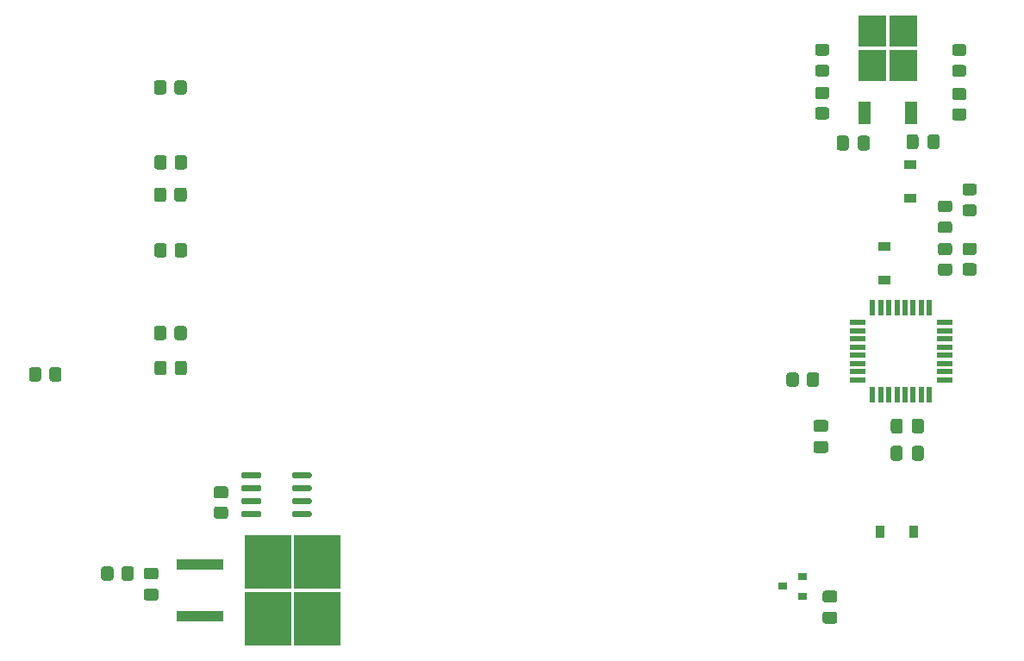
<source format=gbr>
%TF.GenerationSoftware,KiCad,Pcbnew,5.1.12-84ad8e8a86~92~ubuntu20.04.1*%
%TF.CreationDate,2021-11-15T21:49:06+01:00*%
%TF.ProjectId,incubator_bottom,696e6375-6261-4746-9f72-5f626f74746f,rev?*%
%TF.SameCoordinates,Original*%
%TF.FileFunction,Paste,Top*%
%TF.FilePolarity,Positive*%
%FSLAX46Y46*%
G04 Gerber Fmt 4.6, Leading zero omitted, Abs format (unit mm)*
G04 Created by KiCad (PCBNEW 5.1.12-84ad8e8a86~92~ubuntu20.04.1) date 2021-11-15 21:49:06*
%MOMM*%
%LPD*%
G01*
G04 APERTURE LIST*
%ADD10R,2.750000X3.050000*%
%ADD11R,1.200000X2.200000*%
%ADD12R,1.200000X0.900000*%
%ADD13R,0.900000X1.200000*%
%ADD14R,0.900000X0.800000*%
%ADD15R,0.550000X1.600000*%
%ADD16R,1.600000X0.550000*%
%ADD17R,4.600000X1.100000*%
%ADD18R,4.550000X5.250000*%
G04 APERTURE END LIST*
%TO.C,R2*%
G36*
G01*
X97097001Y56661000D02*
X96196999Y56661000D01*
G75*
G02*
X95947000Y56910999I0J249999D01*
G01*
X95947000Y57611001D01*
G75*
G02*
X96196999Y57861000I249999J0D01*
G01*
X97097001Y57861000D01*
G75*
G02*
X97347000Y57611001I0J-249999D01*
G01*
X97347000Y56910999D01*
G75*
G02*
X97097001Y56661000I-249999J0D01*
G01*
G37*
G36*
G01*
X97097001Y54661000D02*
X96196999Y54661000D01*
G75*
G02*
X95947000Y54910999I0J249999D01*
G01*
X95947000Y55611001D01*
G75*
G02*
X96196999Y55861000I249999J0D01*
G01*
X97097001Y55861000D01*
G75*
G02*
X97347000Y55611001I0J-249999D01*
G01*
X97347000Y54910999D01*
G75*
G02*
X97097001Y54661000I-249999J0D01*
G01*
G37*
%TD*%
%TO.C,R1*%
G36*
G01*
X83635001Y56772000D02*
X82734999Y56772000D01*
G75*
G02*
X82485000Y57021999I0J249999D01*
G01*
X82485000Y57722001D01*
G75*
G02*
X82734999Y57972000I249999J0D01*
G01*
X83635001Y57972000D01*
G75*
G02*
X83885000Y57722001I0J-249999D01*
G01*
X83885000Y57021999D01*
G75*
G02*
X83635001Y56772000I-249999J0D01*
G01*
G37*
G36*
G01*
X83635001Y54772000D02*
X82734999Y54772000D01*
G75*
G02*
X82485000Y55021999I0J249999D01*
G01*
X82485000Y55722001D01*
G75*
G02*
X82734999Y55972000I249999J0D01*
G01*
X83635001Y55972000D01*
G75*
G02*
X83885000Y55722001I0J-249999D01*
G01*
X83885000Y55021999D01*
G75*
G02*
X83635001Y54772000I-249999J0D01*
G01*
G37*
%TD*%
%TO.C,D5*%
G36*
G01*
X96196999Y60120000D02*
X97097001Y60120000D01*
G75*
G02*
X97347000Y59870001I0J-249999D01*
G01*
X97347000Y59219999D01*
G75*
G02*
X97097001Y58970000I-249999J0D01*
G01*
X96196999Y58970000D01*
G75*
G02*
X95947000Y59219999I0J249999D01*
G01*
X95947000Y59870001D01*
G75*
G02*
X96196999Y60120000I249999J0D01*
G01*
G37*
G36*
G01*
X96196999Y62170000D02*
X97097001Y62170000D01*
G75*
G02*
X97347000Y61920001I0J-249999D01*
G01*
X97347000Y61269999D01*
G75*
G02*
X97097001Y61020000I-249999J0D01*
G01*
X96196999Y61020000D01*
G75*
G02*
X95947000Y61269999I0J249999D01*
G01*
X95947000Y61920001D01*
G75*
G02*
X96196999Y62170000I249999J0D01*
G01*
G37*
%TD*%
%TO.C,D4*%
G36*
G01*
X82734999Y60138000D02*
X83635001Y60138000D01*
G75*
G02*
X83885000Y59888001I0J-249999D01*
G01*
X83885000Y59237999D01*
G75*
G02*
X83635001Y58988000I-249999J0D01*
G01*
X82734999Y58988000D01*
G75*
G02*
X82485000Y59237999I0J249999D01*
G01*
X82485000Y59888001D01*
G75*
G02*
X82734999Y60138000I249999J0D01*
G01*
G37*
G36*
G01*
X82734999Y62188000D02*
X83635001Y62188000D01*
G75*
G02*
X83885000Y61938001I0J-249999D01*
G01*
X83885000Y61287999D01*
G75*
G02*
X83635001Y61038000I-249999J0D01*
G01*
X82734999Y61038000D01*
G75*
G02*
X82485000Y61287999I0J249999D01*
G01*
X82485000Y61938001D01*
G75*
G02*
X82734999Y62188000I249999J0D01*
G01*
G37*
%TD*%
%TO.C,C7*%
G36*
G01*
X93541000Y52103000D02*
X93541000Y53053000D01*
G75*
G02*
X93791000Y53303000I250000J0D01*
G01*
X94466000Y53303000D01*
G75*
G02*
X94716000Y53053000I0J-250000D01*
G01*
X94716000Y52103000D01*
G75*
G02*
X94466000Y51853000I-250000J0D01*
G01*
X93791000Y51853000D01*
G75*
G02*
X93541000Y52103000I0J250000D01*
G01*
G37*
G36*
G01*
X91466000Y52103000D02*
X91466000Y53053000D01*
G75*
G02*
X91716000Y53303000I250000J0D01*
G01*
X92391000Y53303000D01*
G75*
G02*
X92641000Y53053000I0J-250000D01*
G01*
X92641000Y52103000D01*
G75*
G02*
X92391000Y51853000I-250000J0D01*
G01*
X91716000Y51853000D01*
G75*
G02*
X91466000Y52103000I0J250000D01*
G01*
G37*
%TD*%
%TO.C,C6*%
G36*
G01*
X85783000Y52926000D02*
X85783000Y51976000D01*
G75*
G02*
X85533000Y51726000I-250000J0D01*
G01*
X84858000Y51726000D01*
G75*
G02*
X84608000Y51976000I0J250000D01*
G01*
X84608000Y52926000D01*
G75*
G02*
X84858000Y53176000I250000J0D01*
G01*
X85533000Y53176000D01*
G75*
G02*
X85783000Y52926000I0J-250000D01*
G01*
G37*
G36*
G01*
X87858000Y52926000D02*
X87858000Y51976000D01*
G75*
G02*
X87608000Y51726000I-250000J0D01*
G01*
X86933000Y51726000D01*
G75*
G02*
X86683000Y51976000I0J250000D01*
G01*
X86683000Y52926000D01*
G75*
G02*
X86933000Y53176000I250000J0D01*
G01*
X87608000Y53176000D01*
G75*
G02*
X87858000Y52926000I0J-250000D01*
G01*
G37*
%TD*%
D10*
%TO.C,U5*%
X91186000Y60071000D03*
X88136000Y63421000D03*
X88136000Y60071000D03*
X91186000Y63421000D03*
D11*
X91941000Y55446000D03*
X87381000Y55446000D03*
%TD*%
D12*
%TO.C,D3*%
X91821000Y50291000D03*
X91821000Y46991000D03*
%TD*%
D13*
%TO.C,D2*%
X88901000Y14224000D03*
X92201000Y14224000D03*
%TD*%
%TO.C,C5*%
G36*
G01*
X82583000Y23172000D02*
X83533000Y23172000D01*
G75*
G02*
X83783000Y22922000I0J-250000D01*
G01*
X83783000Y22247000D01*
G75*
G02*
X83533000Y21997000I-250000J0D01*
G01*
X82583000Y21997000D01*
G75*
G02*
X82333000Y22247000I0J250000D01*
G01*
X82333000Y22922000D01*
G75*
G02*
X82583000Y23172000I250000J0D01*
G01*
G37*
G36*
G01*
X82583000Y25247000D02*
X83533000Y25247000D01*
G75*
G02*
X83783000Y24997000I0J-250000D01*
G01*
X83783000Y24322000D01*
G75*
G02*
X83533000Y24072000I-250000J0D01*
G01*
X82583000Y24072000D01*
G75*
G02*
X82333000Y24322000I0J250000D01*
G01*
X82333000Y24997000D01*
G75*
G02*
X82583000Y25247000I250000J0D01*
G01*
G37*
%TD*%
%TO.C,C3*%
G36*
G01*
X83472000Y6408000D02*
X84422000Y6408000D01*
G75*
G02*
X84672000Y6158000I0J-250000D01*
G01*
X84672000Y5483000D01*
G75*
G02*
X84422000Y5233000I-250000J0D01*
G01*
X83472000Y5233000D01*
G75*
G02*
X83222000Y5483000I0J250000D01*
G01*
X83222000Y6158000D01*
G75*
G02*
X83472000Y6408000I250000J0D01*
G01*
G37*
G36*
G01*
X83472000Y8483000D02*
X84422000Y8483000D01*
G75*
G02*
X84672000Y8233000I0J-250000D01*
G01*
X84672000Y7558000D01*
G75*
G02*
X84422000Y7308000I-250000J0D01*
G01*
X83472000Y7308000D01*
G75*
G02*
X83222000Y7558000I0J250000D01*
G01*
X83222000Y8233000D01*
G75*
G02*
X83472000Y8483000I250000J0D01*
G01*
G37*
%TD*%
%TO.C,C1*%
G36*
G01*
X91095500Y22446000D02*
X91095500Y21496000D01*
G75*
G02*
X90845500Y21246000I-250000J0D01*
G01*
X90170500Y21246000D01*
G75*
G02*
X89920500Y21496000I0J250000D01*
G01*
X89920500Y22446000D01*
G75*
G02*
X90170500Y22696000I250000J0D01*
G01*
X90845500Y22696000D01*
G75*
G02*
X91095500Y22446000I0J-250000D01*
G01*
G37*
G36*
G01*
X93170500Y22446000D02*
X93170500Y21496000D01*
G75*
G02*
X92920500Y21246000I-250000J0D01*
G01*
X92245500Y21246000D01*
G75*
G02*
X91995500Y21496000I0J250000D01*
G01*
X91995500Y22446000D01*
G75*
G02*
X92245500Y22696000I250000J0D01*
G01*
X92920500Y22696000D01*
G75*
G02*
X93170500Y22446000I0J-250000D01*
G01*
G37*
%TD*%
%TO.C,C2*%
G36*
G01*
X93170500Y25113000D02*
X93170500Y24163000D01*
G75*
G02*
X92920500Y23913000I-250000J0D01*
G01*
X92245500Y23913000D01*
G75*
G02*
X91995500Y24163000I0J250000D01*
G01*
X91995500Y25113000D01*
G75*
G02*
X92245500Y25363000I250000J0D01*
G01*
X92920500Y25363000D01*
G75*
G02*
X93170500Y25113000I0J-250000D01*
G01*
G37*
G36*
G01*
X91095500Y25113000D02*
X91095500Y24163000D01*
G75*
G02*
X90845500Y23913000I-250000J0D01*
G01*
X90170500Y23913000D01*
G75*
G02*
X89920500Y24163000I0J250000D01*
G01*
X89920500Y25113000D01*
G75*
G02*
X90170500Y25363000I250000J0D01*
G01*
X90845500Y25363000D01*
G75*
G02*
X91095500Y25113000I0J-250000D01*
G01*
G37*
%TD*%
D12*
%TO.C,D1*%
X89281000Y42290000D03*
X89281000Y38990000D03*
%TD*%
D14*
%TO.C,Q1*%
X81264000Y7940000D03*
X81264000Y9840000D03*
X79264000Y8890000D03*
%TD*%
%TO.C,R3*%
G36*
G01*
X19593000Y29902999D02*
X19593000Y30803001D01*
G75*
G02*
X19842999Y31053000I249999J0D01*
G01*
X20543001Y31053000D01*
G75*
G02*
X20793000Y30803001I0J-249999D01*
G01*
X20793000Y29902999D01*
G75*
G02*
X20543001Y29653000I-249999J0D01*
G01*
X19842999Y29653000D01*
G75*
G02*
X19593000Y29902999I0J249999D01*
G01*
G37*
G36*
G01*
X17593000Y29902999D02*
X17593000Y30803001D01*
G75*
G02*
X17842999Y31053000I249999J0D01*
G01*
X18543001Y31053000D01*
G75*
G02*
X18793000Y30803001I0J-249999D01*
G01*
X18793000Y29902999D01*
G75*
G02*
X18543001Y29653000I-249999J0D01*
G01*
X17842999Y29653000D01*
G75*
G02*
X17593000Y29902999I0J249999D01*
G01*
G37*
%TD*%
%TO.C,R4*%
G36*
G01*
X23679999Y18729000D02*
X24580001Y18729000D01*
G75*
G02*
X24830000Y18479001I0J-249999D01*
G01*
X24830000Y17778999D01*
G75*
G02*
X24580001Y17529000I-249999J0D01*
G01*
X23679999Y17529000D01*
G75*
G02*
X23430000Y17778999I0J249999D01*
G01*
X23430000Y18479001D01*
G75*
G02*
X23679999Y18729000I249999J0D01*
G01*
G37*
G36*
G01*
X23679999Y16729000D02*
X24580001Y16729000D01*
G75*
G02*
X24830000Y16479001I0J-249999D01*
G01*
X24830000Y15778999D01*
G75*
G02*
X24580001Y15529000I-249999J0D01*
G01*
X23679999Y15529000D01*
G75*
G02*
X23430000Y15778999I0J249999D01*
G01*
X23430000Y16479001D01*
G75*
G02*
X23679999Y16729000I249999J0D01*
G01*
G37*
%TD*%
%TO.C,R5*%
G36*
G01*
X20761000Y34232001D02*
X20761000Y33331999D01*
G75*
G02*
X20511001Y33082000I-249999J0D01*
G01*
X19810999Y33082000D01*
G75*
G02*
X19561000Y33331999I0J249999D01*
G01*
X19561000Y34232001D01*
G75*
G02*
X19810999Y34482000I249999J0D01*
G01*
X20511001Y34482000D01*
G75*
G02*
X20761000Y34232001I0J-249999D01*
G01*
G37*
G36*
G01*
X18761000Y34232001D02*
X18761000Y33331999D01*
G75*
G02*
X18511001Y33082000I-249999J0D01*
G01*
X17810999Y33082000D01*
G75*
G02*
X17561000Y33331999I0J249999D01*
G01*
X17561000Y34232001D01*
G75*
G02*
X17810999Y34482000I249999J0D01*
G01*
X18511001Y34482000D01*
G75*
G02*
X18761000Y34232001I0J-249999D01*
G01*
G37*
%TD*%
%TO.C,R6*%
G36*
G01*
X18793000Y42360001D02*
X18793000Y41459999D01*
G75*
G02*
X18543001Y41210000I-249999J0D01*
G01*
X17842999Y41210000D01*
G75*
G02*
X17593000Y41459999I0J249999D01*
G01*
X17593000Y42360001D01*
G75*
G02*
X17842999Y42610000I249999J0D01*
G01*
X18543001Y42610000D01*
G75*
G02*
X18793000Y42360001I0J-249999D01*
G01*
G37*
G36*
G01*
X20793000Y42360001D02*
X20793000Y41459999D01*
G75*
G02*
X20543001Y41210000I-249999J0D01*
G01*
X19842999Y41210000D01*
G75*
G02*
X19593000Y41459999I0J249999D01*
G01*
X19593000Y42360001D01*
G75*
G02*
X19842999Y42610000I249999J0D01*
G01*
X20543001Y42610000D01*
G75*
G02*
X20793000Y42360001I0J-249999D01*
G01*
G37*
%TD*%
%TO.C,R8*%
G36*
G01*
X19561000Y46920999D02*
X19561000Y47821001D01*
G75*
G02*
X19810999Y48071000I249999J0D01*
G01*
X20511001Y48071000D01*
G75*
G02*
X20761000Y47821001I0J-249999D01*
G01*
X20761000Y46920999D01*
G75*
G02*
X20511001Y46671000I-249999J0D01*
G01*
X19810999Y46671000D01*
G75*
G02*
X19561000Y46920999I0J249999D01*
G01*
G37*
G36*
G01*
X17561000Y46920999D02*
X17561000Y47821001D01*
G75*
G02*
X17810999Y48071000I249999J0D01*
G01*
X18511001Y48071000D01*
G75*
G02*
X18761000Y47821001I0J-249999D01*
G01*
X18761000Y46920999D01*
G75*
G02*
X18511001Y46671000I-249999J0D01*
G01*
X17810999Y46671000D01*
G75*
G02*
X17561000Y46920999I0J249999D01*
G01*
G37*
%TD*%
%TO.C,R9*%
G36*
G01*
X20793000Y50996001D02*
X20793000Y50095999D01*
G75*
G02*
X20543001Y49846000I-249999J0D01*
G01*
X19842999Y49846000D01*
G75*
G02*
X19593000Y50095999I0J249999D01*
G01*
X19593000Y50996001D01*
G75*
G02*
X19842999Y51246000I249999J0D01*
G01*
X20543001Y51246000D01*
G75*
G02*
X20793000Y50996001I0J-249999D01*
G01*
G37*
G36*
G01*
X18793000Y50996001D02*
X18793000Y50095999D01*
G75*
G02*
X18543001Y49846000I-249999J0D01*
G01*
X17842999Y49846000D01*
G75*
G02*
X17593000Y50095999I0J249999D01*
G01*
X17593000Y50996001D01*
G75*
G02*
X17842999Y51246000I249999J0D01*
G01*
X18543001Y51246000D01*
G75*
G02*
X18793000Y50996001I0J-249999D01*
G01*
G37*
%TD*%
%TO.C,R10*%
G36*
G01*
X18761000Y58362001D02*
X18761000Y57461999D01*
G75*
G02*
X18511001Y57212000I-249999J0D01*
G01*
X17810999Y57212000D01*
G75*
G02*
X17561000Y57461999I0J249999D01*
G01*
X17561000Y58362001D01*
G75*
G02*
X17810999Y58612000I249999J0D01*
G01*
X18511001Y58612000D01*
G75*
G02*
X18761000Y58362001I0J-249999D01*
G01*
G37*
G36*
G01*
X20761000Y58362001D02*
X20761000Y57461999D01*
G75*
G02*
X20511001Y57212000I-249999J0D01*
G01*
X19810999Y57212000D01*
G75*
G02*
X19561000Y57461999I0J249999D01*
G01*
X19561000Y58362001D01*
G75*
G02*
X19810999Y58612000I249999J0D01*
G01*
X20511001Y58612000D01*
G75*
G02*
X20761000Y58362001I0J-249999D01*
G01*
G37*
%TD*%
%TO.C,R11*%
G36*
G01*
X6474000Y30168001D02*
X6474000Y29267999D01*
G75*
G02*
X6224001Y29018000I-249999J0D01*
G01*
X5523999Y29018000D01*
G75*
G02*
X5274000Y29267999I0J249999D01*
G01*
X5274000Y30168001D01*
G75*
G02*
X5523999Y30418000I249999J0D01*
G01*
X6224001Y30418000D01*
G75*
G02*
X6474000Y30168001I0J-249999D01*
G01*
G37*
G36*
G01*
X8474000Y30168001D02*
X8474000Y29267999D01*
G75*
G02*
X8224001Y29018000I-249999J0D01*
G01*
X7523999Y29018000D01*
G75*
G02*
X7274000Y29267999I0J249999D01*
G01*
X7274000Y30168001D01*
G75*
G02*
X7523999Y30418000I249999J0D01*
G01*
X8224001Y30418000D01*
G75*
G02*
X8474000Y30168001I0J-249999D01*
G01*
G37*
%TD*%
%TO.C,R12*%
G36*
G01*
X79680000Y28759999D02*
X79680000Y29660001D01*
G75*
G02*
X79929999Y29910000I249999J0D01*
G01*
X80630001Y29910000D01*
G75*
G02*
X80880000Y29660001I0J-249999D01*
G01*
X80880000Y28759999D01*
G75*
G02*
X80630001Y28510000I-249999J0D01*
G01*
X79929999Y28510000D01*
G75*
G02*
X79680000Y28759999I0J249999D01*
G01*
G37*
G36*
G01*
X81680000Y28759999D02*
X81680000Y29660001D01*
G75*
G02*
X81929999Y29910000I249999J0D01*
G01*
X82630001Y29910000D01*
G75*
G02*
X82880000Y29660001I0J-249999D01*
G01*
X82880000Y28759999D01*
G75*
G02*
X82630001Y28510000I-249999J0D01*
G01*
X81929999Y28510000D01*
G75*
G02*
X81680000Y28759999I0J249999D01*
G01*
G37*
%TD*%
%TO.C,U1*%
G36*
G01*
X26141000Y19662000D02*
X26141000Y19962000D01*
G75*
G02*
X26291000Y20112000I150000J0D01*
G01*
X27941000Y20112000D01*
G75*
G02*
X28091000Y19962000I0J-150000D01*
G01*
X28091000Y19662000D01*
G75*
G02*
X27941000Y19512000I-150000J0D01*
G01*
X26291000Y19512000D01*
G75*
G02*
X26141000Y19662000I0J150000D01*
G01*
G37*
G36*
G01*
X26141000Y18392000D02*
X26141000Y18692000D01*
G75*
G02*
X26291000Y18842000I150000J0D01*
G01*
X27941000Y18842000D01*
G75*
G02*
X28091000Y18692000I0J-150000D01*
G01*
X28091000Y18392000D01*
G75*
G02*
X27941000Y18242000I-150000J0D01*
G01*
X26291000Y18242000D01*
G75*
G02*
X26141000Y18392000I0J150000D01*
G01*
G37*
G36*
G01*
X26141000Y17122000D02*
X26141000Y17422000D01*
G75*
G02*
X26291000Y17572000I150000J0D01*
G01*
X27941000Y17572000D01*
G75*
G02*
X28091000Y17422000I0J-150000D01*
G01*
X28091000Y17122000D01*
G75*
G02*
X27941000Y16972000I-150000J0D01*
G01*
X26291000Y16972000D01*
G75*
G02*
X26141000Y17122000I0J150000D01*
G01*
G37*
G36*
G01*
X26141000Y15852000D02*
X26141000Y16152000D01*
G75*
G02*
X26291000Y16302000I150000J0D01*
G01*
X27941000Y16302000D01*
G75*
G02*
X28091000Y16152000I0J-150000D01*
G01*
X28091000Y15852000D01*
G75*
G02*
X27941000Y15702000I-150000J0D01*
G01*
X26291000Y15702000D01*
G75*
G02*
X26141000Y15852000I0J150000D01*
G01*
G37*
G36*
G01*
X31091000Y15852000D02*
X31091000Y16152000D01*
G75*
G02*
X31241000Y16302000I150000J0D01*
G01*
X32891000Y16302000D01*
G75*
G02*
X33041000Y16152000I0J-150000D01*
G01*
X33041000Y15852000D01*
G75*
G02*
X32891000Y15702000I-150000J0D01*
G01*
X31241000Y15702000D01*
G75*
G02*
X31091000Y15852000I0J150000D01*
G01*
G37*
G36*
G01*
X31091000Y17122000D02*
X31091000Y17422000D01*
G75*
G02*
X31241000Y17572000I150000J0D01*
G01*
X32891000Y17572000D01*
G75*
G02*
X33041000Y17422000I0J-150000D01*
G01*
X33041000Y17122000D01*
G75*
G02*
X32891000Y16972000I-150000J0D01*
G01*
X31241000Y16972000D01*
G75*
G02*
X31091000Y17122000I0J150000D01*
G01*
G37*
G36*
G01*
X31091000Y18392000D02*
X31091000Y18692000D01*
G75*
G02*
X31241000Y18842000I150000J0D01*
G01*
X32891000Y18842000D01*
G75*
G02*
X33041000Y18692000I0J-150000D01*
G01*
X33041000Y18392000D01*
G75*
G02*
X32891000Y18242000I-150000J0D01*
G01*
X31241000Y18242000D01*
G75*
G02*
X31091000Y18392000I0J150000D01*
G01*
G37*
G36*
G01*
X31091000Y19662000D02*
X31091000Y19962000D01*
G75*
G02*
X31241000Y20112000I150000J0D01*
G01*
X32891000Y20112000D01*
G75*
G02*
X33041000Y19962000I0J-150000D01*
G01*
X33041000Y19662000D01*
G75*
G02*
X32891000Y19512000I-150000J0D01*
G01*
X31241000Y19512000D01*
G75*
G02*
X31091000Y19662000I0J150000D01*
G01*
G37*
%TD*%
D15*
%TO.C,U3*%
X88132000Y27754000D03*
X88932000Y27754000D03*
X89732000Y27754000D03*
X90532000Y27754000D03*
X91332000Y27754000D03*
X92132000Y27754000D03*
X92932000Y27754000D03*
X93732000Y27754000D03*
D16*
X95182000Y29204000D03*
X95182000Y30004000D03*
X95182000Y30804000D03*
X95182000Y31604000D03*
X95182000Y32404000D03*
X95182000Y33204000D03*
X95182000Y34004000D03*
X95182000Y34804000D03*
D15*
X93732000Y36254000D03*
X92932000Y36254000D03*
X92132000Y36254000D03*
X91332000Y36254000D03*
X90532000Y36254000D03*
X89732000Y36254000D03*
X88932000Y36254000D03*
X88132000Y36254000D03*
D16*
X86682000Y34804000D03*
X86682000Y34004000D03*
X86682000Y33204000D03*
X86682000Y32404000D03*
X86682000Y31604000D03*
X86682000Y30804000D03*
X86682000Y30004000D03*
X86682000Y29204000D03*
%TD*%
%TO.C,C4*%
G36*
G01*
X16797000Y10747500D02*
X17747000Y10747500D01*
G75*
G02*
X17997000Y10497500I0J-250000D01*
G01*
X17997000Y9822500D01*
G75*
G02*
X17747000Y9572500I-250000J0D01*
G01*
X16797000Y9572500D01*
G75*
G02*
X16547000Y9822500I0J250000D01*
G01*
X16547000Y10497500D01*
G75*
G02*
X16797000Y10747500I250000J0D01*
G01*
G37*
G36*
G01*
X16797000Y8672500D02*
X17747000Y8672500D01*
G75*
G02*
X17997000Y8422500I0J-250000D01*
G01*
X17997000Y7747500D01*
G75*
G02*
X17747000Y7497500I-250000J0D01*
G01*
X16797000Y7497500D01*
G75*
G02*
X16547000Y7747500I0J250000D01*
G01*
X16547000Y8422500D01*
G75*
G02*
X16797000Y8672500I250000J0D01*
G01*
G37*
%TD*%
D17*
%TO.C,Q2*%
X22038000Y11049000D03*
X22038000Y5969000D03*
D18*
X33613000Y5734000D03*
X28763000Y11284000D03*
X33613000Y11284000D03*
X28763000Y5734000D03*
%TD*%
%TO.C,R13*%
G36*
G01*
X15570000Y10610001D02*
X15570000Y9709999D01*
G75*
G02*
X15320001Y9460000I-249999J0D01*
G01*
X14619999Y9460000D01*
G75*
G02*
X14370000Y9709999I0J249999D01*
G01*
X14370000Y10610001D01*
G75*
G02*
X14619999Y10860000I249999J0D01*
G01*
X15320001Y10860000D01*
G75*
G02*
X15570000Y10610001I0J-249999D01*
G01*
G37*
G36*
G01*
X13570000Y10610001D02*
X13570000Y9709999D01*
G75*
G02*
X13320001Y9460000I-249999J0D01*
G01*
X12619999Y9460000D01*
G75*
G02*
X12370000Y9709999I0J249999D01*
G01*
X12370000Y10610001D01*
G75*
G02*
X12619999Y10860000I249999J0D01*
G01*
X13320001Y10860000D01*
G75*
G02*
X13570000Y10610001I0J-249999D01*
G01*
G37*
%TD*%
%TO.C,D6*%
G36*
G01*
X94799999Y44753000D02*
X95700001Y44753000D01*
G75*
G02*
X95950000Y44503001I0J-249999D01*
G01*
X95950000Y43852999D01*
G75*
G02*
X95700001Y43603000I-249999J0D01*
G01*
X94799999Y43603000D01*
G75*
G02*
X94550000Y43852999I0J249999D01*
G01*
X94550000Y44503001D01*
G75*
G02*
X94799999Y44753000I249999J0D01*
G01*
G37*
G36*
G01*
X94799999Y46803000D02*
X95700001Y46803000D01*
G75*
G02*
X95950000Y46553001I0J-249999D01*
G01*
X95950000Y45902999D01*
G75*
G02*
X95700001Y45653000I-249999J0D01*
G01*
X94799999Y45653000D01*
G75*
G02*
X94550000Y45902999I0J249999D01*
G01*
X94550000Y46553001D01*
G75*
G02*
X94799999Y46803000I249999J0D01*
G01*
G37*
%TD*%
%TO.C,D7*%
G36*
G01*
X97212999Y48472000D02*
X98113001Y48472000D01*
G75*
G02*
X98363000Y48222001I0J-249999D01*
G01*
X98363000Y47571999D01*
G75*
G02*
X98113001Y47322000I-249999J0D01*
G01*
X97212999Y47322000D01*
G75*
G02*
X96963000Y47571999I0J249999D01*
G01*
X96963000Y48222001D01*
G75*
G02*
X97212999Y48472000I249999J0D01*
G01*
G37*
G36*
G01*
X97212999Y46422000D02*
X98113001Y46422000D01*
G75*
G02*
X98363000Y46172001I0J-249999D01*
G01*
X98363000Y45521999D01*
G75*
G02*
X98113001Y45272000I-249999J0D01*
G01*
X97212999Y45272000D01*
G75*
G02*
X96963000Y45521999I0J249999D01*
G01*
X96963000Y46172001D01*
G75*
G02*
X97212999Y46422000I249999J0D01*
G01*
G37*
%TD*%
%TO.C,R14*%
G36*
G01*
X94799999Y40621000D02*
X95700001Y40621000D01*
G75*
G02*
X95950000Y40371001I0J-249999D01*
G01*
X95950000Y39670999D01*
G75*
G02*
X95700001Y39421000I-249999J0D01*
G01*
X94799999Y39421000D01*
G75*
G02*
X94550000Y39670999I0J249999D01*
G01*
X94550000Y40371001D01*
G75*
G02*
X94799999Y40621000I249999J0D01*
G01*
G37*
G36*
G01*
X94799999Y42621000D02*
X95700001Y42621000D01*
G75*
G02*
X95950000Y42371001I0J-249999D01*
G01*
X95950000Y41670999D01*
G75*
G02*
X95700001Y41421000I-249999J0D01*
G01*
X94799999Y41421000D01*
G75*
G02*
X94550000Y41670999I0J249999D01*
G01*
X94550000Y42371001D01*
G75*
G02*
X94799999Y42621000I249999J0D01*
G01*
G37*
%TD*%
%TO.C,R15*%
G36*
G01*
X97212999Y42637000D02*
X98113001Y42637000D01*
G75*
G02*
X98363000Y42387001I0J-249999D01*
G01*
X98363000Y41686999D01*
G75*
G02*
X98113001Y41437000I-249999J0D01*
G01*
X97212999Y41437000D01*
G75*
G02*
X96963000Y41686999I0J249999D01*
G01*
X96963000Y42387001D01*
G75*
G02*
X97212999Y42637000I249999J0D01*
G01*
G37*
G36*
G01*
X97212999Y40637000D02*
X98113001Y40637000D01*
G75*
G02*
X98363000Y40387001I0J-249999D01*
G01*
X98363000Y39686999D01*
G75*
G02*
X98113001Y39437000I-249999J0D01*
G01*
X97212999Y39437000D01*
G75*
G02*
X96963000Y39686999I0J249999D01*
G01*
X96963000Y40387001D01*
G75*
G02*
X97212999Y40637000I249999J0D01*
G01*
G37*
%TD*%
M02*

</source>
